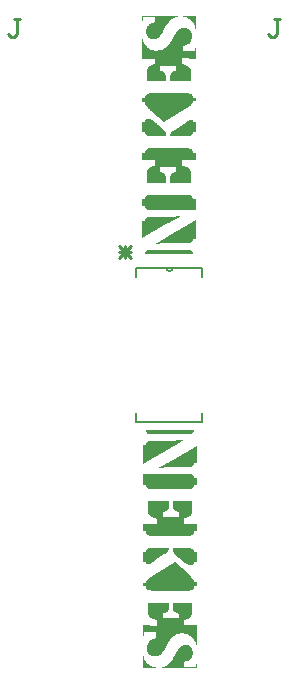
<source format=gto>
G04*
G04 #@! TF.GenerationSoftware,Altium Limited,Altium Designer,20.2.4 (192)*
G04*
G04 Layer_Color=65535*
%FSLAX44Y44*%
%MOMM*%
G71*
G04*
G04 #@! TF.SameCoordinates,5829A05F-E1E1-40F9-AA7D-9744E717BD19*
G04*
G04*
G04 #@! TF.FilePolarity,Positive*
G04*
G01*
G75*
%ADD10C,0.1524*%
%ADD11C,0.2540*%
G36*
X118305Y8241D02*
X117290Y8163D01*
X116274Y7929D01*
X115493Y7772D01*
X114868Y7538D01*
X114322Y7304D01*
X114009Y7226D01*
X113931Y7148D01*
X113072Y6679D01*
X112213Y6132D01*
X111432Y5586D01*
X110807Y5039D01*
X110260Y4492D01*
X109870Y4101D01*
X109557Y3789D01*
X109479Y3711D01*
X108698Y2774D01*
X107917Y1758D01*
X107214Y665D01*
X106589Y-351D01*
X106042Y-1288D01*
X105652Y-1991D01*
X105496Y-2303D01*
X105339Y-2537D01*
X105261Y-2616D01*
Y-2694D01*
X104637Y-3865D01*
X104090Y-4881D01*
X103543Y-5818D01*
X103075Y-6521D01*
X102762Y-7067D01*
X102450Y-7536D01*
X102293Y-7771D01*
X102215Y-7849D01*
X101669Y-8473D01*
X101200Y-9020D01*
X100731Y-9489D01*
X100263Y-9801D01*
X99950Y-10114D01*
X99638Y-10270D01*
X99482Y-10348D01*
X99403Y-10426D01*
X98310Y-10817D01*
X97217Y-11051D01*
X96748D01*
X96357Y-11129D01*
X96123D01*
X96045D01*
X95342Y-11051D01*
X94795Y-10973D01*
X94249Y-10817D01*
X93780Y-10660D01*
X93389Y-10504D01*
X93155Y-10426D01*
X92999Y-10270D01*
X92921D01*
X92062Y-9567D01*
X91437Y-8786D01*
X91202Y-8473D01*
X91046Y-8161D01*
X90968Y-8005D01*
Y-7927D01*
X90578Y-6755D01*
X90343Y-5584D01*
X90265Y-5193D01*
Y-3709D01*
X90343Y-2928D01*
X90500Y-2303D01*
X90578Y-1834D01*
X90734Y-1366D01*
X90890Y-1054D01*
X90968Y-897D01*
Y-819D01*
X91281Y-272D01*
X91593Y196D01*
X92374Y977D01*
X92687Y1212D01*
X92999Y1446D01*
X93155Y1524D01*
X93233Y1602D01*
X93858Y1993D01*
X94561Y2305D01*
X95889Y2774D01*
X96514Y3008D01*
X96982Y3164D01*
X97295Y3242D01*
X97451D01*
Y7850D01*
X87766D01*
X87453Y6601D01*
X87297Y5429D01*
X87063Y4414D01*
X86907Y3477D01*
X86829Y2696D01*
X86750Y2149D01*
X86672Y1836D01*
Y1680D01*
X86516Y-351D01*
X86438Y-1288D01*
X86360Y-2147D01*
Y8319D01*
X119476D01*
X118305Y8241D01*
D02*
G37*
G36*
X123928Y-1600D02*
X124553Y-1756D01*
X125100Y-1913D01*
X125491Y-2069D01*
X125881Y-2225D01*
X126037Y-2303D01*
X126115Y-2381D01*
X127053Y-3162D01*
X127756Y-3943D01*
X127990Y-4334D01*
X128146Y-4646D01*
X128302Y-4803D01*
Y-4881D01*
X128693Y-6130D01*
X128849Y-7224D01*
X128927Y-7771D01*
Y-8473D01*
X128849Y-9801D01*
X128615Y-10973D01*
X128302Y-11910D01*
X127990Y-12691D01*
X127677Y-13394D01*
X127365Y-13785D01*
X127131Y-14097D01*
X127053Y-14175D01*
X126272Y-14878D01*
X125334Y-15425D01*
X124319Y-15893D01*
X123382Y-16284D01*
X122444Y-16518D01*
X121742Y-16753D01*
X121273Y-16831D01*
X121195Y-16909D01*
X121117D01*
Y-21517D01*
X86360D01*
Y-3943D01*
X86438Y-5818D01*
X86594Y-7458D01*
X86829Y-9020D01*
X87063Y-10348D01*
X87375Y-11441D01*
X87610Y-12222D01*
X87688Y-12535D01*
X87766Y-12769D01*
X87844Y-12847D01*
Y-12925D01*
X88469Y-14253D01*
X89172Y-15425D01*
X89875Y-16440D01*
X90578Y-17299D01*
X91202Y-17924D01*
X91749Y-18393D01*
X92062Y-18705D01*
X92218Y-18783D01*
X93311Y-19486D01*
X94483Y-19955D01*
X95654Y-20345D01*
X96748Y-20580D01*
X97685Y-20736D01*
X98466Y-20814D01*
X98779D01*
X99013D01*
X99091D01*
X99169D01*
X100887Y-20658D01*
X101669Y-20580D01*
X102293Y-20424D01*
X102840Y-20267D01*
X103231Y-20189D01*
X103543Y-20033D01*
X103621D01*
X105027Y-19330D01*
X105730Y-18939D01*
X106277Y-18549D01*
X106745Y-18237D01*
X107058Y-17924D01*
X107292Y-17768D01*
X107370Y-17690D01*
X108542Y-16518D01*
X109479Y-15347D01*
X109870Y-14878D01*
X110182Y-14409D01*
X110338Y-14175D01*
X110416Y-14097D01*
X111354Y-12457D01*
X111822Y-11676D01*
X112213Y-10973D01*
X112603Y-10348D01*
X112838Y-9879D01*
X112994Y-9489D01*
X113072Y-9411D01*
X113619Y-8317D01*
X114165Y-7380D01*
X114712Y-6599D01*
X115103Y-5896D01*
X115493Y-5427D01*
X115806Y-5037D01*
X115962Y-4803D01*
X116040Y-4724D01*
X116509Y-4100D01*
X117055Y-3631D01*
X117524Y-3162D01*
X117914Y-2850D01*
X118305Y-2537D01*
X118617Y-2381D01*
X118774Y-2225D01*
X118852D01*
X120023Y-1756D01*
X121195Y-1522D01*
X121664Y-1444D01*
X122054D01*
X122366D01*
X122444D01*
X123226D01*
X123928Y-1600D01*
D02*
G37*
G36*
X132754Y3164D02*
Y8319D01*
X132754D01*
Y-192879D01*
X86360D01*
Y-21517D01*
X132754D01*
D01*
X131348D01*
X131817Y-19018D01*
X132051Y-17846D01*
X132208Y-16831D01*
X132286Y-15893D01*
X132364Y-15191D01*
X132442Y-14722D01*
Y-14566D01*
X132520Y-13238D01*
X132598Y-11910D01*
X132676Y-10739D01*
Y-9645D01*
X132754Y-8786D01*
Y-7380D01*
Y-7536D01*
X132676Y-5818D01*
X132520Y-4256D01*
X132286Y-2772D01*
X131973Y-1600D01*
X131661Y-585D01*
X131427Y196D01*
X131270Y665D01*
X131192Y743D01*
Y821D01*
X130567Y2149D01*
X129786Y3242D01*
X129083Y4180D01*
X128302Y4961D01*
X127677Y5586D01*
X127131Y6054D01*
X126818Y6288D01*
X126662Y6367D01*
X125491Y6991D01*
X124241Y7460D01*
X123069Y7850D01*
X121898Y8085D01*
X120961Y8241D01*
X120180Y8319D01*
X132754D01*
Y3164D01*
D02*
G37*
G36*
X133604Y-342045D02*
Y-543243D01*
X133604D01*
Y-543243D01*
X100487D01*
X101659Y-543165D01*
X102674Y-543087D01*
X103690Y-542853D01*
X104471Y-542696D01*
X105096Y-542462D01*
X105642Y-542228D01*
X105955Y-542150D01*
X106033Y-542072D01*
X106892Y-541603D01*
X107751Y-541056D01*
X108532Y-540509D01*
X109157Y-539963D01*
X109704Y-539416D01*
X110094Y-539025D01*
X110407Y-538713D01*
X110485Y-538635D01*
X111266Y-537698D01*
X112047Y-536682D01*
X112750Y-535589D01*
X113375Y-534574D01*
X113921Y-533636D01*
X114312Y-532933D01*
X114468Y-532621D01*
X114625Y-532387D01*
X114703Y-532308D01*
Y-532230D01*
X115327Y-531059D01*
X115874Y-530043D01*
X116421Y-529106D01*
X116889Y-528403D01*
X117202Y-527856D01*
X117514Y-527388D01*
X117671Y-527154D01*
X117749Y-527075D01*
X118295Y-526451D01*
X118764Y-525904D01*
X119233Y-525435D01*
X119701Y-525123D01*
X120014Y-524810D01*
X120326Y-524654D01*
X120482Y-524576D01*
X120561Y-524498D01*
X121654Y-524107D01*
X122747Y-523873D01*
X123216D01*
X123607Y-523795D01*
X123841D01*
X123919D01*
X124622Y-523873D01*
X125169Y-523951D01*
X125715Y-524107D01*
X126184Y-524264D01*
X126574Y-524420D01*
X126809Y-524498D01*
X126965Y-524654D01*
X127043D01*
X127902Y-525357D01*
X128527Y-526138D01*
X128762Y-526451D01*
X128918Y-526763D01*
X128996Y-526919D01*
Y-526997D01*
X129386Y-528169D01*
X129621Y-529340D01*
X129699Y-529731D01*
Y-531215D01*
X129621Y-531996D01*
X129464Y-532621D01*
X129386Y-533089D01*
X129230Y-533558D01*
X129074Y-533871D01*
X128996Y-534027D01*
Y-534105D01*
X128683Y-534652D01*
X128371Y-535120D01*
X127590Y-535901D01*
X127277Y-536136D01*
X126965Y-536370D01*
X126809Y-536448D01*
X126731Y-536526D01*
X126106Y-536917D01*
X125403Y-537229D01*
X124075Y-537698D01*
X123450Y-537932D01*
X122982Y-538088D01*
X122669Y-538166D01*
X122513D01*
Y-542775D01*
X132198D01*
X132510Y-541525D01*
X132667Y-540353D01*
X132901Y-539338D01*
X133057Y-538401D01*
X133135Y-537620D01*
X133214Y-537073D01*
X133292Y-536760D01*
Y-536604D01*
X133448Y-534574D01*
X133526Y-533636D01*
X133604Y-532777D01*
Y-542853D01*
Y-530981D01*
X133526Y-529106D01*
X133370Y-527466D01*
X133135Y-525904D01*
X132901Y-524576D01*
X132589Y-523483D01*
X132354Y-522701D01*
X132276Y-522389D01*
X132198Y-522155D01*
X132120Y-522077D01*
Y-521999D01*
X131495Y-520671D01*
X130792Y-519499D01*
X130089Y-518484D01*
X129386Y-517625D01*
X128762Y-517000D01*
X128215Y-516531D01*
X127902Y-516219D01*
X127746Y-516141D01*
X126653Y-515438D01*
X125481Y-514969D01*
X124310Y-514579D01*
X123216Y-514344D01*
X122279Y-514188D01*
X121498Y-514110D01*
X121185D01*
X120951D01*
X120873D01*
X120795D01*
X119076Y-514266D01*
X118295Y-514344D01*
X117671Y-514501D01*
X117124Y-514657D01*
X116733Y-514735D01*
X116421Y-514891D01*
X116343D01*
X114937Y-515594D01*
X114234Y-515984D01*
X113687Y-516375D01*
X113219Y-516687D01*
X112906Y-517000D01*
X112672Y-517156D01*
X112594Y-517234D01*
X111422Y-518406D01*
X110485Y-519577D01*
X110094Y-520046D01*
X109782Y-520515D01*
X109626Y-520749D01*
X109548Y-520827D01*
X108610Y-522467D01*
X108142Y-523248D01*
X107751Y-523951D01*
X107361Y-524576D01*
X107126Y-525045D01*
X106970Y-525435D01*
X106892Y-525513D01*
X106345Y-526607D01*
X105799Y-527544D01*
X105252Y-528325D01*
X104861Y-529028D01*
X104471Y-529497D01*
X104158Y-529887D01*
X104002Y-530121D01*
X103924Y-530200D01*
X103455Y-530824D01*
X102909Y-531293D01*
X102440Y-531762D01*
X102050Y-532074D01*
X101659Y-532387D01*
X101347Y-532543D01*
X101190Y-532699D01*
X101112D01*
X99941Y-533168D01*
X98769Y-533402D01*
X98301Y-533480D01*
X97910D01*
X97598D01*
X97520D01*
X96738D01*
X96035Y-533324D01*
X95411Y-533168D01*
X94864Y-533011D01*
X94473Y-532855D01*
X94083Y-532699D01*
X93927Y-532621D01*
X93849Y-532543D01*
X92911Y-531762D01*
X92208Y-530981D01*
X91974Y-530590D01*
X91818Y-530278D01*
X91662Y-530121D01*
Y-530043D01*
X91271Y-528794D01*
X91115Y-527700D01*
X91037Y-527154D01*
Y-526451D01*
X91115Y-525123D01*
X91349Y-523951D01*
X91662Y-523014D01*
X91974Y-522233D01*
X92287Y-521530D01*
X92599Y-521139D01*
X92833Y-520827D01*
X92911Y-520749D01*
X93692Y-520046D01*
X94630Y-519499D01*
X95645Y-519031D01*
X96582Y-518640D01*
X97520Y-518406D01*
X98222Y-518171D01*
X98691Y-518093D01*
X98769Y-518015D01*
X98847D01*
Y-513407D01*
X88616D01*
X88147Y-515906D01*
X87913Y-517078D01*
X87756Y-518093D01*
X87678Y-519031D01*
X87600Y-519734D01*
X87522Y-520202D01*
Y-520358D01*
X87444Y-521686D01*
X87366Y-523014D01*
X87288Y-524185D01*
Y-525279D01*
X87210Y-526138D01*
Y-513407D01*
X87210D01*
Y-342045D01*
X133604D01*
D02*
G37*
G36*
X87288Y-529106D02*
X87444Y-530668D01*
X87678Y-532152D01*
X87991Y-533324D01*
X88303Y-534339D01*
X88537Y-535120D01*
X88694Y-535589D01*
X88772Y-535667D01*
Y-535745D01*
X89397Y-537073D01*
X90178Y-538166D01*
X90881Y-539104D01*
X91662Y-539885D01*
X92287Y-540509D01*
X92833Y-540978D01*
X93146Y-541212D01*
X93302Y-541291D01*
X94473Y-541915D01*
X95723Y-542384D01*
X96895Y-542775D01*
X98066Y-543009D01*
X99003Y-543165D01*
X99784Y-543243D01*
X87210D01*
Y-527388D01*
X87288Y-529106D01*
D02*
G37*
%LPC*%
G36*
X132754Y-10348D02*
Y-10426D01*
D01*
Y-10348D01*
D02*
G37*
G36*
Y-10817D02*
Y-10973D01*
D01*
Y-10817D01*
D02*
G37*
G36*
X132286Y-27141D02*
Y-27843D01*
X120180Y-27141D01*
D01*
Y-31749D01*
X120961Y-31983D01*
X121585Y-32217D01*
X122132Y-32374D01*
X122601Y-32530D01*
X122991Y-32686D01*
X123226Y-32764D01*
X123382Y-32842D01*
X123460D01*
X124241Y-33155D01*
X124866Y-33467D01*
X125256Y-33701D01*
X125413Y-33779D01*
X125881Y-34170D01*
X126350Y-34482D01*
X126662Y-34795D01*
X126740Y-34873D01*
X127131Y-35264D01*
X127443Y-35654D01*
X127677Y-35966D01*
X127756Y-36044D01*
X127990Y-36513D01*
X128146Y-36982D01*
X128302Y-37294D01*
Y-37450D01*
X128380Y-38075D01*
X128459Y-38700D01*
Y-46667D01*
X110651D01*
Y-42293D01*
X110729Y-41277D01*
X110885Y-40497D01*
X111041Y-40106D01*
X111119Y-39950D01*
X111510Y-39403D01*
X111978Y-38934D01*
X112369Y-38622D01*
X112447Y-38544D01*
X112525D01*
X112916Y-38310D01*
X113384Y-38153D01*
X114400Y-37841D01*
X114790Y-37685D01*
X115181Y-37607D01*
X115415Y-37529D01*
X115493D01*
Y-33779D01*
X101981D01*
Y-37529D01*
X102684Y-37685D01*
X103309Y-37919D01*
X103777Y-38075D01*
X104246Y-38231D01*
X104558Y-38310D01*
X104793Y-38466D01*
X104871Y-38544D01*
X104949D01*
X105574Y-39012D01*
X105964Y-39481D01*
X106277Y-39794D01*
X106355Y-39872D01*
Y-39950D01*
X106589Y-40653D01*
X106667Y-41434D01*
X106745Y-41746D01*
Y-46667D01*
X90812D01*
Y-38544D01*
X90890Y-37763D01*
X90968Y-37138D01*
X91124Y-36669D01*
X91202Y-36279D01*
X91359Y-36044D01*
X91437Y-35888D01*
Y-35810D01*
X91984Y-35029D01*
X92530Y-34482D01*
X92999Y-34092D01*
X93155Y-33936D01*
X93233D01*
X93702Y-33623D01*
X94327Y-33311D01*
X95733Y-32686D01*
X96435Y-32452D01*
X96904Y-32217D01*
X97295Y-32139D01*
X97451Y-32061D01*
Y-27531D01*
X86907D01*
Y-27141D01*
Y-60570D01*
X132286D01*
Y-27141D01*
D02*
G37*
G36*
Y-63225D02*
X130177D01*
X129943Y-63928D01*
X129708Y-64475D01*
X129630Y-64787D01*
X129552Y-64943D01*
X129240Y-65412D01*
X128927Y-65802D01*
X128615Y-66115D01*
X128537Y-66271D01*
X127912Y-66740D01*
X127365Y-67287D01*
X126818Y-67677D01*
X126740Y-67755D01*
X126662Y-67833D01*
X126194Y-68146D01*
X125647Y-68536D01*
X124631Y-69239D01*
X124163Y-69552D01*
X123772Y-69786D01*
X123538Y-69942D01*
X123460Y-70020D01*
X105652Y-81580D01*
X94405Y-71582D01*
X93702Y-70957D01*
X93077Y-70333D01*
X92530Y-69864D01*
X92140Y-69473D01*
X91749Y-69161D01*
X91515Y-68927D01*
X91437Y-68770D01*
X91359Y-68692D01*
X90734Y-67911D01*
X90265Y-67208D01*
X89953Y-66818D01*
X89875Y-66662D01*
X89562Y-65881D01*
X89328Y-65178D01*
X89250Y-64865D01*
Y-64631D01*
X89172Y-64475D01*
Y-64397D01*
X86907D01*
Y-81424D01*
X89094D01*
X89172Y-80486D01*
X89406Y-79783D01*
X89719Y-79393D01*
X89797Y-79237D01*
X90343Y-78768D01*
X90890Y-78534D01*
X91359Y-78456D01*
X91515D01*
X91593D01*
X92374Y-78534D01*
X93155Y-78690D01*
X93389Y-78768D01*
X93624Y-78846D01*
X93780Y-78924D01*
X93858D01*
X94327Y-79080D01*
X94717Y-79315D01*
X95654Y-79861D01*
X96045Y-80174D01*
X96357Y-80330D01*
X96592Y-80486D01*
X96670Y-80564D01*
X97373Y-81033D01*
X98154Y-81658D01*
X99013Y-82283D01*
X99794Y-82986D01*
X100497Y-83532D01*
X101044Y-84001D01*
X101434Y-84313D01*
X101590Y-84470D01*
X102684Y-85407D01*
X103543Y-86188D01*
X104246Y-86813D01*
X104715Y-87360D01*
X105105Y-87672D01*
X105418Y-87984D01*
X105496Y-88062D01*
X105574Y-88140D01*
X106121Y-88843D01*
X106511Y-89390D01*
X106745Y-89859D01*
X106824Y-89937D01*
Y-90015D01*
X106980Y-90718D01*
X107058Y-91577D01*
X107136Y-91890D01*
Y-93139D01*
X95264D01*
X94639D01*
X94014D01*
X93546Y-93061D01*
X93155D01*
X92843D01*
X92608Y-92983D01*
X92530D01*
X92452D01*
X91827Y-92827D01*
X91359Y-92671D01*
X91046Y-92592D01*
X90968Y-92514D01*
X90500Y-92202D01*
X90187Y-91890D01*
X89953Y-91655D01*
X89875Y-91577D01*
X89562Y-91030D01*
X89328Y-90328D01*
X89250Y-90015D01*
X89172Y-89781D01*
X89094Y-89625D01*
Y-89546D01*
X86907D01*
Y-107042D01*
X132286D01*
Y-63225D01*
D02*
G37*
G36*
X120180Y-113056D02*
D01*
Y-117664D01*
X120961Y-117899D01*
X121585Y-118133D01*
X122132Y-118289D01*
X122601Y-118445D01*
X122991Y-118602D01*
X123226Y-118680D01*
X123382Y-118758D01*
X123460D01*
X124241Y-119070D01*
X124866Y-119382D01*
X125256Y-119617D01*
X125413Y-119695D01*
X125881Y-120085D01*
X126350Y-120398D01*
X126662Y-120710D01*
X126740Y-120788D01*
X127131Y-121179D01*
X127443Y-121569D01*
X127677Y-121882D01*
X127756Y-121960D01*
X127990Y-122429D01*
X128146Y-122897D01*
X128302Y-123210D01*
Y-123366D01*
X128380Y-123991D01*
X128459Y-124616D01*
Y-132582D01*
X110651D01*
Y-128208D01*
X110729Y-127193D01*
X110885Y-126412D01*
X111041Y-126021D01*
X111119Y-125865D01*
X111510Y-125318D01*
X111978Y-124850D01*
X112369Y-124537D01*
X112447Y-124459D01*
X112525D01*
X112916Y-124225D01*
X113384Y-124069D01*
X114400Y-123756D01*
X114790Y-123600D01*
X115181Y-123522D01*
X115415Y-123444D01*
X115493D01*
Y-119695D01*
X101981D01*
Y-123444D01*
X102684Y-123600D01*
X103309Y-123834D01*
X103777Y-123991D01*
X104246Y-124147D01*
X104558Y-124225D01*
X104793Y-124381D01*
X104871Y-124459D01*
X104949D01*
X105574Y-124928D01*
X105964Y-125397D01*
X106277Y-125709D01*
X106355Y-125787D01*
Y-125865D01*
X106589Y-126568D01*
X106667Y-127349D01*
X106745Y-127662D01*
Y-132582D01*
X90812D01*
Y-124459D01*
X90890Y-123678D01*
X90968Y-123054D01*
X91124Y-122585D01*
X91202Y-122194D01*
X91359Y-121960D01*
X91437Y-121804D01*
Y-121726D01*
X91984Y-120945D01*
X92530Y-120398D01*
X92999Y-120007D01*
X93155Y-119851D01*
X93233D01*
X93702Y-119539D01*
X94327Y-119226D01*
X95733Y-118602D01*
X96435Y-118367D01*
X96904Y-118133D01*
X97295Y-118055D01*
X97451Y-117977D01*
Y-113447D01*
X86907D01*
Y-113056D01*
X120180D01*
X86907D01*
Y-146485D01*
X132286D01*
Y-113759D01*
X120180Y-113056D01*
D02*
G37*
G36*
X132286Y-152421D02*
D01*
Y-156014D01*
X95264D01*
X94483D01*
X93858D01*
X93311Y-155936D01*
X92921D01*
X92608D01*
X92296Y-155858D01*
X92218D01*
X92140D01*
X91515Y-155623D01*
X91046Y-155467D01*
X90734Y-155311D01*
X90656Y-155233D01*
X90265Y-154920D01*
X90031Y-154608D01*
X89875Y-154374D01*
X89797Y-154296D01*
X89562Y-153749D01*
X89328Y-153124D01*
X89172Y-152655D01*
X89094Y-152499D01*
Y-152421D01*
X86907D01*
Y-164996D01*
X89094D01*
X89328Y-164137D01*
X89562Y-163590D01*
X89719Y-163199D01*
X89797Y-163121D01*
X90031Y-162731D01*
X90343Y-162418D01*
X90578Y-162262D01*
X90656Y-162184D01*
X91046Y-161950D01*
X91593Y-161794D01*
X91984Y-161637D01*
X92062D01*
X92140D01*
X92530Y-161559D01*
X92999Y-161481D01*
X94014Y-161403D01*
X94483D01*
X94873D01*
X95186D01*
X95264D01*
X101434D01*
X104871D01*
X108151Y-161325D01*
X109635D01*
X111041D01*
X112447Y-161247D01*
X113619D01*
X114790D01*
X115806Y-161169D01*
X116665D01*
X117368D01*
X117992Y-161091D01*
X118383D01*
X118695D01*
X118774D01*
Y-161637D01*
X116587Y-162653D01*
X115571Y-163199D01*
X114634Y-163668D01*
X113775Y-164137D01*
X113150Y-164449D01*
X112760Y-164683D01*
X112603Y-164762D01*
X111432Y-165386D01*
X110416Y-165933D01*
X109479Y-166402D01*
X108776Y-166792D01*
X108151Y-167105D01*
X107761Y-167339D01*
X107448Y-167495D01*
X107370Y-167573D01*
X86907Y-179367D01*
Y-192879D01*
X132286D01*
Y-152421D01*
D02*
G37*
%LPD*%
G36*
X125881Y-57055D02*
X126194D01*
X126428Y-57133D01*
X126584D01*
X126662D01*
X127365Y-57211D01*
X127912Y-57367D01*
X128224Y-57445D01*
X128380Y-57523D01*
X128771Y-57836D01*
X129083Y-58148D01*
X129318Y-58461D01*
X129396Y-58617D01*
X129630Y-59242D01*
X129865Y-59866D01*
X130021Y-60335D01*
X130099Y-60491D01*
Y-60570D01*
X89094D01*
X89328Y-59710D01*
X89562Y-59085D01*
X89797Y-58695D01*
X89875Y-58539D01*
X90187Y-58070D01*
X90578Y-57758D01*
X90812Y-57601D01*
X90968Y-57523D01*
X91515Y-57289D01*
X92062Y-57133D01*
X92530Y-57055D01*
X92608D01*
X92687D01*
X93546Y-56977D01*
X94327D01*
X94717D01*
X95030D01*
X95186D01*
X95264D01*
X123928D01*
X125022D01*
X125881Y-57055D01*
D02*
G37*
G36*
X128927Y-79393D02*
X129240Y-79549D01*
X129474Y-79705D01*
X129552Y-79783D01*
X129786Y-80174D01*
X129943Y-80642D01*
X130099Y-81111D01*
Y-81267D01*
X132286D01*
Y-89546D01*
X130099D01*
X129943Y-90171D01*
X129708Y-90718D01*
X129630Y-91030D01*
X129552Y-91187D01*
X129318Y-91577D01*
X129083Y-91890D01*
X128927Y-92124D01*
X128849Y-92202D01*
X128459Y-92436D01*
X128146Y-92671D01*
X127834Y-92749D01*
X127756Y-92827D01*
X127209Y-92905D01*
X126662Y-92983D01*
X126272Y-93061D01*
X126194D01*
X126115D01*
X125334Y-93139D01*
X124631D01*
X124319D01*
X124163D01*
X124007D01*
X123928D01*
X110729D01*
Y-92436D01*
X110807Y-91655D01*
X110885Y-91030D01*
X111041Y-90718D01*
X111119Y-90562D01*
X111432Y-90093D01*
X111822Y-89625D01*
X112135Y-89312D01*
X112213Y-89234D01*
X112291D01*
X112994Y-88687D01*
X113697Y-88140D01*
X114009Y-87906D01*
X114243Y-87750D01*
X114400Y-87672D01*
X114478Y-87594D01*
X122366Y-82517D01*
X123304Y-81892D01*
X124085Y-81424D01*
X124710Y-81033D01*
X125178Y-80721D01*
X125569Y-80486D01*
X125803Y-80330D01*
X125959Y-80252D01*
X126037D01*
X126662Y-79861D01*
X127131Y-79627D01*
X127443Y-79471D01*
X127521D01*
X127912Y-79393D01*
X128224Y-79315D01*
X128459D01*
X128537D01*
X128927Y-79393D01*
D02*
G37*
G36*
X125881Y-103527D02*
X126194D01*
X126428Y-103605D01*
X126584D01*
X126662D01*
X127365Y-103683D01*
X127912Y-103840D01*
X128224Y-103918D01*
X128380Y-103996D01*
X128771Y-104308D01*
X129083Y-104621D01*
X129318Y-104933D01*
X129396Y-105089D01*
X129630Y-105714D01*
X129865Y-106339D01*
X130021Y-106808D01*
X130099Y-106964D01*
Y-107042D01*
X89094D01*
X89328Y-106183D01*
X89562Y-105558D01*
X89797Y-105167D01*
X89875Y-105011D01*
X90187Y-104543D01*
X90578Y-104230D01*
X90812Y-104074D01*
X90968Y-103996D01*
X91515Y-103762D01*
X92062Y-103605D01*
X92530Y-103527D01*
X92608D01*
X92687D01*
X93546Y-103449D01*
X94327D01*
X94717D01*
X95030D01*
X95186D01*
X95264D01*
X123928D01*
X125022D01*
X125881Y-103527D01*
D02*
G37*
G36*
Y-142970D02*
X126194D01*
X126428Y-143048D01*
X126584D01*
X126662D01*
X127365Y-143126D01*
X127912Y-143283D01*
X128224Y-143361D01*
X128380Y-143439D01*
X128771Y-143751D01*
X129083Y-144064D01*
X129318Y-144376D01*
X129396Y-144532D01*
X129630Y-145157D01*
X129865Y-145782D01*
X130021Y-146251D01*
X130099Y-146407D01*
Y-146485D01*
X89094D01*
X89328Y-145626D01*
X89562Y-145001D01*
X89797Y-144611D01*
X89875Y-144454D01*
X90187Y-143986D01*
X90578Y-143673D01*
X90812Y-143517D01*
X90968Y-143439D01*
X91515Y-143205D01*
X92062Y-143048D01*
X92530Y-142970D01*
X92608D01*
X92687D01*
X93546Y-142892D01*
X94327D01*
X94717D01*
X95030D01*
X95186D01*
X95264D01*
X123928D01*
X125022D01*
X125881Y-142970D01*
D02*
G37*
G36*
X132286Y-180304D02*
X130099D01*
X129943Y-180929D01*
X129708Y-181476D01*
X129552Y-181866D01*
X129396Y-182179D01*
X129240Y-182413D01*
X129162Y-182570D01*
X129083Y-182726D01*
X128537Y-183116D01*
X128068Y-183429D01*
X127677Y-183585D01*
X127521Y-183663D01*
X127053Y-183741D01*
X126506Y-183819D01*
X125413Y-183897D01*
X124866D01*
X124397D01*
X124085D01*
X124007D01*
X113306D01*
X110338D01*
X107605Y-183975D01*
X105027D01*
X103855Y-184053D01*
X102762D01*
X101747D01*
X100809Y-184132D01*
X100028D01*
X99403D01*
X98857Y-184210D01*
X98466D01*
X98232D01*
X98154D01*
Y-183897D01*
X99403Y-183272D01*
X100731Y-182570D01*
X102137Y-181866D01*
X103465Y-181164D01*
X104637Y-180461D01*
X105105Y-180226D01*
X105574Y-179914D01*
X105964Y-179758D01*
X106199Y-179601D01*
X106355Y-179445D01*
X106433D01*
X132286Y-164449D01*
Y-180304D01*
D02*
G37*
G36*
X125881Y-189365D02*
X126194D01*
X126428Y-189443D01*
X126506D01*
X126584D01*
X127287Y-189521D01*
X127834Y-189677D01*
X128146Y-189833D01*
X128302Y-189911D01*
X128771Y-190224D01*
X129083Y-190536D01*
X129318Y-190770D01*
X129396Y-190927D01*
X129630Y-191552D01*
X129865Y-192176D01*
X130021Y-192645D01*
X130099Y-192801D01*
Y-192879D01*
X89094D01*
X89250Y-192255D01*
X89484Y-191708D01*
X89640Y-191317D01*
X89797Y-191005D01*
X89953Y-190770D01*
X90109Y-190614D01*
X90187Y-190458D01*
X90656Y-189989D01*
X91202Y-189755D01*
X91593Y-189599D01*
X91671Y-189521D01*
X91749D01*
X92140Y-189443D01*
X92687Y-189365D01*
X93780Y-189286D01*
X94327D01*
X94795D01*
X95108D01*
X95186D01*
X124007D01*
X125100D01*
X125881Y-189365D01*
D02*
G37*
%LPC*%
G36*
X133057Y-342045D02*
X130870D01*
X130714Y-342669D01*
X130480Y-343216D01*
X130324Y-343607D01*
X130167Y-343919D01*
X130011Y-344154D01*
X129855Y-344310D01*
X129777Y-344466D01*
X129308Y-344935D01*
X128762Y-345169D01*
X128371Y-345325D01*
X128293Y-345403D01*
X128215D01*
X127824Y-345481D01*
X127277Y-345559D01*
X126184Y-345638D01*
X125637D01*
X125169D01*
X124856D01*
X124778D01*
X95957D01*
X94864D01*
X94083Y-345559D01*
X93770D01*
X93536Y-345481D01*
X93458D01*
X93380D01*
X92677Y-345403D01*
X92130Y-345247D01*
X91818Y-345091D01*
X91662Y-345013D01*
X91193Y-344700D01*
X90881Y-344388D01*
X90646Y-344154D01*
X90568Y-343997D01*
X90334Y-343372D01*
X90099Y-342748D01*
X89943Y-342279D01*
X89865Y-342123D01*
Y-342045D01*
X110368D01*
X87678D01*
Y-354620D01*
X89865D01*
X90021Y-353995D01*
X90256Y-353448D01*
X90412Y-353058D01*
X90568Y-352745D01*
X90724Y-352511D01*
X90802Y-352355D01*
X90881Y-352198D01*
X91427Y-351808D01*
X91896Y-351495D01*
X92287Y-351339D01*
X92443Y-351261D01*
X92911Y-351183D01*
X93458Y-351105D01*
X94551Y-351027D01*
X95098D01*
X95567D01*
X95879D01*
X95957D01*
X106658D01*
X109626D01*
X112359Y-350949D01*
X114937D01*
X116109Y-350871D01*
X117202D01*
X118217D01*
X119155Y-350792D01*
X119936D01*
X120561D01*
X121107Y-350714D01*
X121498D01*
X121732D01*
X121810D01*
Y-351027D01*
X120561Y-351652D01*
X119233Y-352355D01*
X117827Y-353058D01*
X116499Y-353760D01*
X115327Y-354463D01*
X114859Y-354698D01*
X114390Y-355010D01*
X114000Y-355166D01*
X113765Y-355322D01*
X113609Y-355479D01*
X113531D01*
X87678Y-370475D01*
Y-378910D01*
X124700D01*
X125481D01*
X126106D01*
X126653Y-378988D01*
X127043D01*
X127356D01*
X127668Y-379066D01*
X127746D01*
X127824D01*
X128449Y-379301D01*
X128918Y-379457D01*
X129230Y-379613D01*
X129308Y-379691D01*
X129699Y-380004D01*
X129933Y-380316D01*
X130089Y-380550D01*
X130167Y-380629D01*
X130402Y-381175D01*
X130636Y-381800D01*
X130792Y-382269D01*
X130870Y-382425D01*
Y-382503D01*
X87678D01*
X133057D01*
Y-342045D01*
D02*
G37*
G36*
Y-388439D02*
X130870D01*
X130636Y-389298D01*
X130402Y-389923D01*
X130167Y-390313D01*
X130089Y-390470D01*
X129777Y-390938D01*
X129386Y-391251D01*
X129152Y-391407D01*
X128996Y-391485D01*
X128449Y-391719D01*
X127902Y-391876D01*
X127434Y-391954D01*
X127356D01*
X127277D01*
X126418Y-392032D01*
X125637D01*
X125247D01*
X124934D01*
X124778D01*
X124700D01*
X96035D01*
X94942D01*
X94083Y-391954D01*
X93770D01*
X93536Y-391876D01*
X93380D01*
X93302D01*
X92599Y-391797D01*
X92052Y-391641D01*
X91740Y-391563D01*
X91583Y-391485D01*
X91193Y-391173D01*
X90881Y-390860D01*
X90646Y-390548D01*
X90568Y-390392D01*
X90334Y-389767D01*
X90099Y-389142D01*
X89943Y-388673D01*
X89865Y-388517D01*
Y-388439D01*
X87678D01*
Y-421868D01*
D01*
Y-421165D01*
X99784Y-421868D01*
D01*
Y-417260D01*
X99003Y-417025D01*
X98379Y-416791D01*
X97832Y-416635D01*
X97363Y-416479D01*
X96973Y-416323D01*
X96738Y-416244D01*
X96582Y-416166D01*
X96504D01*
X95723Y-415854D01*
X95098Y-415541D01*
X94708Y-415307D01*
X94551Y-415229D01*
X94083Y-414838D01*
X93614Y-414526D01*
X93302Y-414214D01*
X93224Y-414136D01*
X92833Y-413745D01*
X92521Y-413354D01*
X92287Y-413042D01*
X92208Y-412964D01*
X91974Y-412495D01*
X91818Y-412027D01*
X91662Y-411714D01*
Y-411558D01*
X91583Y-410933D01*
X91505Y-410308D01*
Y-402342D01*
X109313D01*
Y-406716D01*
X109235Y-407731D01*
X109079Y-408512D01*
X108923Y-408903D01*
X108845Y-409059D01*
X108454Y-409605D01*
X107986Y-410074D01*
X107595Y-410387D01*
X107517Y-410465D01*
X107439D01*
X107048Y-410699D01*
X106580Y-410855D01*
X105564Y-411168D01*
X105174Y-411324D01*
X104783Y-411402D01*
X104549Y-411480D01*
X104471D01*
Y-415229D01*
X117983D01*
Y-411480D01*
X117280Y-411324D01*
X116655Y-411090D01*
X116187Y-410933D01*
X115718Y-410777D01*
X115406Y-410699D01*
X115171Y-410543D01*
X115093Y-410465D01*
X115015D01*
X114390Y-409996D01*
X114000Y-409527D01*
X113687Y-409215D01*
X113609Y-409137D01*
Y-409059D01*
X113375Y-408356D01*
X113297Y-407575D01*
X113219Y-407262D01*
Y-402342D01*
X129152D01*
Y-410465D01*
X129074Y-411246D01*
X128996Y-411870D01*
X128840Y-412339D01*
X128762Y-412730D01*
X128605Y-412964D01*
X128527Y-413120D01*
Y-413198D01*
X127980Y-413979D01*
X127434Y-414526D01*
X126965Y-414917D01*
X126809Y-415073D01*
X126731D01*
X126262Y-415385D01*
X125637Y-415698D01*
X124231Y-416323D01*
X123528Y-416557D01*
X123060Y-416791D01*
X122669Y-416869D01*
X122513Y-416947D01*
Y-421477D01*
X133057D01*
Y-388439D01*
D02*
G37*
G36*
Y-427882D02*
X130870D01*
X130636Y-428741D01*
X130402Y-429366D01*
X130167Y-429757D01*
X130089Y-429913D01*
X129777Y-430381D01*
X129386Y-430694D01*
X129152Y-430850D01*
X128996Y-430928D01*
X128449Y-431162D01*
X127902Y-431319D01*
X127434Y-431397D01*
X127356D01*
X127277D01*
X126418Y-431475D01*
X125637D01*
X125247D01*
X124934D01*
X124778D01*
X124700D01*
X96035D01*
X94942D01*
X94083Y-431397D01*
X93770D01*
X93536Y-431319D01*
X93380D01*
X93302D01*
X92599Y-431241D01*
X92052Y-431084D01*
X91740Y-431006D01*
X91583Y-430928D01*
X91193Y-430616D01*
X90881Y-430303D01*
X90646Y-429991D01*
X90568Y-429835D01*
X90334Y-429210D01*
X90099Y-428585D01*
X89943Y-428116D01*
X89865Y-427960D01*
Y-427882D01*
X87678D01*
Y-445378D01*
X89865D01*
X90021Y-444753D01*
X90256Y-444206D01*
X90334Y-443894D01*
X90412Y-443737D01*
X90646Y-443347D01*
X90881Y-443034D01*
X91037Y-442800D01*
X91115Y-442722D01*
X91505Y-442488D01*
X91818Y-442253D01*
X92130Y-442175D01*
X92208Y-442097D01*
X92755Y-442019D01*
X93302Y-441941D01*
X93692Y-441863D01*
X93770D01*
X93849D01*
X94630Y-441785D01*
X95333D01*
X95645D01*
X95801D01*
X95957D01*
X96035D01*
X109235D01*
Y-442488D01*
X109157Y-443269D01*
X109079Y-443894D01*
X108923Y-444206D01*
X108845Y-444362D01*
X108532Y-444831D01*
X108142Y-445299D01*
X107829Y-445612D01*
X107751Y-445690D01*
X107673D01*
X106970Y-446237D01*
X106267Y-446783D01*
X105955Y-447018D01*
X105721Y-447174D01*
X105564Y-447252D01*
X105486Y-447330D01*
X97598Y-452407D01*
X96660Y-453032D01*
X95879Y-453501D01*
X95254Y-453891D01*
X94786Y-454203D01*
X94395Y-454438D01*
X94161Y-454594D01*
X94005Y-454672D01*
X93927D01*
X93302Y-455063D01*
X92833Y-455297D01*
X92521Y-455453D01*
X92443D01*
X92052Y-455531D01*
X91740Y-455609D01*
X91505D01*
X91427D01*
X91037Y-455531D01*
X90724Y-455375D01*
X90490Y-455219D01*
X90412Y-455141D01*
X90178Y-454750D01*
X90021Y-454282D01*
X89865Y-453813D01*
Y-453657D01*
X87678D01*
Y-471699D01*
X89787D01*
X90021Y-470996D01*
X90256Y-470449D01*
X90334Y-470137D01*
X90412Y-469981D01*
X90724Y-469512D01*
X91037Y-469122D01*
X91349Y-468809D01*
X91427Y-468653D01*
X92052Y-468184D01*
X92599Y-467637D01*
X93146Y-467247D01*
X93224Y-467169D01*
X93302Y-467091D01*
X93770Y-466778D01*
X94317Y-466388D01*
X95333Y-465685D01*
X95801Y-465372D01*
X96192Y-465138D01*
X96426Y-464982D01*
X96504Y-464904D01*
X114312Y-453344D01*
X125559Y-463342D01*
X126262Y-463967D01*
X126887Y-464591D01*
X127434Y-465060D01*
X127824Y-465451D01*
X128215Y-465763D01*
X128449Y-465997D01*
X128527Y-466153D01*
X128605Y-466232D01*
X129230Y-467013D01*
X129699Y-467716D01*
X130011Y-468106D01*
X130089Y-468262D01*
X130402Y-469043D01*
X130636Y-469746D01*
X130714Y-470059D01*
Y-470293D01*
X130792Y-470449D01*
Y-470527D01*
X133057D01*
Y-427882D01*
D02*
G37*
G36*
Y-474355D02*
X130870D01*
X130636Y-475214D01*
X130402Y-475839D01*
X130167Y-476229D01*
X130089Y-476385D01*
X129777Y-476854D01*
X129386Y-477166D01*
X129152Y-477323D01*
X128996Y-477401D01*
X128449Y-477635D01*
X127902Y-477791D01*
X127434Y-477869D01*
X127356D01*
X127277D01*
X126418Y-477947D01*
X125637D01*
X125247D01*
X124934D01*
X124778D01*
X124700D01*
X96035D01*
X94942D01*
X94083Y-477869D01*
X93770D01*
X93536Y-477791D01*
X93380D01*
X93302D01*
X92599Y-477713D01*
X92052Y-477557D01*
X91740Y-477479D01*
X91583Y-477401D01*
X91193Y-477088D01*
X90881Y-476776D01*
X90646Y-476463D01*
X90568Y-476307D01*
X90334Y-475682D01*
X90099Y-475057D01*
X89943Y-474589D01*
X89865Y-474433D01*
Y-474355D01*
X87678D01*
Y-507784D01*
X133057D01*
D01*
X99784D01*
Y-503175D01*
X99003Y-502941D01*
X98379Y-502707D01*
X97832Y-502550D01*
X97363Y-502394D01*
X96973Y-502238D01*
X96738Y-502160D01*
X96582Y-502082D01*
X96504D01*
X95723Y-501769D01*
X95098Y-501457D01*
X94708Y-501223D01*
X94551Y-501144D01*
X94083Y-500754D01*
X93614Y-500442D01*
X93302Y-500129D01*
X93224Y-500051D01*
X92833Y-499660D01*
X92521Y-499270D01*
X92287Y-498958D01*
X92208Y-498880D01*
X91974Y-498411D01*
X91818Y-497942D01*
X91662Y-497630D01*
Y-497474D01*
X91583Y-496849D01*
X91505Y-496224D01*
Y-488257D01*
X109313D01*
Y-492631D01*
X109235Y-493647D01*
X109079Y-494427D01*
X108923Y-494818D01*
X108845Y-494974D01*
X108454Y-495521D01*
X107986Y-495990D01*
X107595Y-496302D01*
X107517Y-496380D01*
X107439D01*
X107048Y-496614D01*
X106580Y-496771D01*
X105564Y-497083D01*
X105174Y-497239D01*
X104783Y-497317D01*
X104549Y-497396D01*
X104471D01*
Y-501144D01*
X117983D01*
Y-497396D01*
X117280Y-497239D01*
X116655Y-497005D01*
X116187Y-496849D01*
X115718Y-496693D01*
X115406Y-496614D01*
X115171Y-496458D01*
X115093Y-496380D01*
X115015D01*
X114390Y-495911D01*
X114000Y-495443D01*
X113687Y-495131D01*
X113609Y-495052D01*
Y-494974D01*
X113375Y-494271D01*
X113297Y-493490D01*
X113219Y-493178D01*
Y-488257D01*
X129152D01*
Y-496380D01*
X129074Y-497161D01*
X128996Y-497786D01*
X128840Y-498255D01*
X128762Y-498645D01*
X128605Y-498880D01*
X128527Y-499036D01*
Y-499114D01*
X127980Y-499895D01*
X127434Y-500442D01*
X126965Y-500832D01*
X126809Y-500988D01*
X126731D01*
X126262Y-501301D01*
X125637Y-501613D01*
X124231Y-502238D01*
X123528Y-502472D01*
X123060Y-502707D01*
X122669Y-502785D01*
X122513Y-502863D01*
Y-507393D01*
X133057D01*
Y-474355D01*
D02*
G37*
G36*
X133604Y-527466D02*
Y-527544D01*
D01*
Y-527466D01*
D02*
G37*
G36*
Y-530668D02*
Y-530824D01*
D01*
Y-530668D01*
D02*
G37*
%LPD*%
G36*
X133057Y-369928D02*
X130870D01*
X130636Y-370787D01*
X130402Y-371334D01*
X130246Y-371725D01*
X130167Y-371803D01*
X129933Y-372193D01*
X129621Y-372506D01*
X129386Y-372662D01*
X129308Y-372740D01*
X128918Y-372974D01*
X128371Y-373130D01*
X127980Y-373287D01*
X127902D01*
X127824D01*
X127434Y-373365D01*
X126965Y-373443D01*
X125950Y-373521D01*
X125481D01*
X125091D01*
X124778D01*
X124700D01*
X118530D01*
X115093D01*
X111813Y-373599D01*
X110329D01*
X108923D01*
X107517Y-373677D01*
X106345D01*
X105174D01*
X104158Y-373755D01*
X103299D01*
X102596D01*
X101972Y-373833D01*
X101581D01*
X101269D01*
X101190D01*
Y-373287D01*
X103377Y-372271D01*
X104393Y-371725D01*
X105330Y-371256D01*
X106189Y-370787D01*
X106814Y-370475D01*
X107205Y-370241D01*
X107361Y-370163D01*
X108532Y-369538D01*
X109548Y-368991D01*
X110485Y-368522D01*
X111188Y-368132D01*
X111813Y-367819D01*
X112203Y-367585D01*
X112516Y-367429D01*
X112594Y-367351D01*
X133057Y-355557D01*
Y-369928D01*
D02*
G37*
G36*
X126418Y-441863D02*
X126809D01*
X127121D01*
X127356Y-441941D01*
X127434D01*
X127512D01*
X128137Y-442097D01*
X128605Y-442253D01*
X128918Y-442332D01*
X128996Y-442410D01*
X129464Y-442722D01*
X129777Y-443034D01*
X130011Y-443269D01*
X130089Y-443347D01*
X130402Y-443894D01*
X130636Y-444596D01*
X130714Y-444909D01*
X130792Y-445143D01*
X130870Y-445299D01*
Y-445378D01*
X133057D01*
Y-453501D01*
X130870D01*
X130792Y-454438D01*
X130558Y-455141D01*
X130246Y-455531D01*
X130167Y-455687D01*
X129621Y-456156D01*
X129074Y-456390D01*
X128605Y-456469D01*
X128449D01*
X128371D01*
X127590Y-456390D01*
X126809Y-456234D01*
X126574Y-456156D01*
X126340Y-456078D01*
X126184Y-456000D01*
X126106D01*
X125637Y-455844D01*
X125247Y-455609D01*
X124310Y-455063D01*
X123919Y-454750D01*
X123607Y-454594D01*
X123372Y-454438D01*
X123294Y-454360D01*
X122591Y-453891D01*
X121810Y-453266D01*
X120951Y-452641D01*
X120170Y-451938D01*
X119467Y-451392D01*
X118920Y-450923D01*
X118530Y-450611D01*
X118373Y-450454D01*
X117280Y-449517D01*
X116421Y-448736D01*
X115718Y-448111D01*
X115249Y-447565D01*
X114859Y-447252D01*
X114546Y-446940D01*
X114468Y-446862D01*
X114390Y-446783D01*
X113843Y-446081D01*
X113453Y-445534D01*
X113219Y-445065D01*
X113140Y-444987D01*
Y-444909D01*
X112984Y-444206D01*
X112906Y-443347D01*
X112828Y-443034D01*
Y-441785D01*
X124700D01*
X125325D01*
X125950D01*
X126418Y-441863D01*
D02*
G37*
G36*
X99784Y-507784D02*
X87678D01*
Y-507080D01*
X99784Y-507784D01*
D02*
G37*
D10*
X106952Y-204468D02*
G03*
X113048Y-204468I3048J0D01*
G01*
X82060Y-335532D02*
Y-327404D01*
Y-212596D02*
Y-204468D01*
X106952D01*
X113048D01*
X137940D01*
Y-335532D02*
Y-327404D01*
X82060Y-335532D02*
X137940D01*
Y-212596D02*
Y-204468D01*
D11*
X203705Y6091D02*
X198626D01*
X201166D01*
Y-6605D01*
X198626Y-9144D01*
X196087D01*
X193548Y-6605D01*
X-16259Y6091D02*
X-21338D01*
X-18799D01*
Y-6605D01*
X-21338Y-9144D01*
X-23877D01*
X-26416Y-6605D01*
X67056Y-185932D02*
X77213Y-196089D01*
X67056D02*
X77213Y-185932D01*
X67056Y-191010D02*
X77213D01*
X72134Y-196089D02*
Y-185932D01*
M02*

</source>
